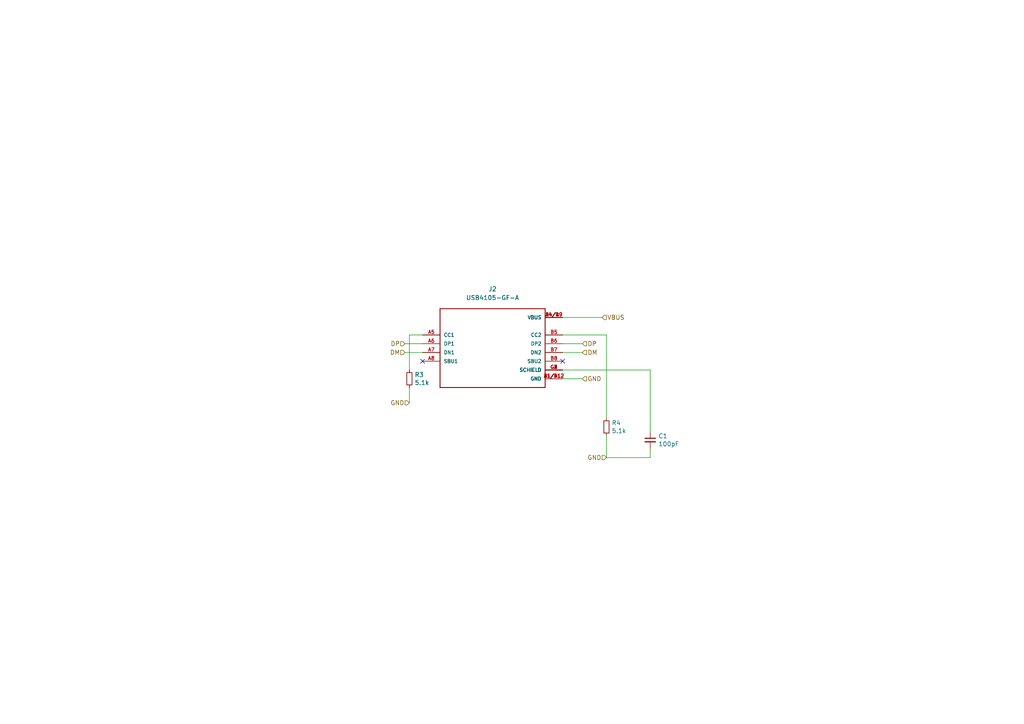
<source format=kicad_sch>
(kicad_sch (version 20230121) (generator eeschema)

  (uuid 1895faed-13c7-4877-930c-ef39a1d7419c)

  (paper "A4")

  (lib_symbols
    (symbol "Device:C_Small" (pin_numbers hide) (pin_names (offset 0.254) hide) (in_bom yes) (on_board yes)
      (property "Reference" "C" (at 0.254 1.778 0)
        (effects (font (size 1.27 1.27)) (justify left))
      )
      (property "Value" "C_Small" (at 0.254 -2.032 0)
        (effects (font (size 1.27 1.27)) (justify left))
      )
      (property "Footprint" "" (at 0 0 0)
        (effects (font (size 1.27 1.27)) hide)
      )
      (property "Datasheet" "~" (at 0 0 0)
        (effects (font (size 1.27 1.27)) hide)
      )
      (property "ki_keywords" "capacitor cap" (at 0 0 0)
        (effects (font (size 1.27 1.27)) hide)
      )
      (property "ki_description" "Unpolarized capacitor, small symbol" (at 0 0 0)
        (effects (font (size 1.27 1.27)) hide)
      )
      (property "ki_fp_filters" "C_*" (at 0 0 0)
        (effects (font (size 1.27 1.27)) hide)
      )
      (symbol "C_Small_0_1"
        (polyline
          (pts
            (xy -1.524 -0.508)
            (xy 1.524 -0.508)
          )
          (stroke (width 0.3302) (type default))
          (fill (type none))
        )
        (polyline
          (pts
            (xy -1.524 0.508)
            (xy 1.524 0.508)
          )
          (stroke (width 0.3048) (type default))
          (fill (type none))
        )
      )
      (symbol "C_Small_1_1"
        (pin passive line (at 0 2.54 270) (length 2.032)
          (name "~" (effects (font (size 1.27 1.27))))
          (number "1" (effects (font (size 1.27 1.27))))
        )
        (pin passive line (at 0 -2.54 90) (length 2.032)
          (name "~" (effects (font (size 1.27 1.27))))
          (number "2" (effects (font (size 1.27 1.27))))
        )
      )
    )
    (symbol "Device:R_Small" (pin_numbers hide) (pin_names (offset 0.254) hide) (in_bom yes) (on_board yes)
      (property "Reference" "R" (at 0.762 0.508 0)
        (effects (font (size 1.27 1.27)) (justify left))
      )
      (property "Value" "R_Small" (at 0.762 -1.016 0)
        (effects (font (size 1.27 1.27)) (justify left))
      )
      (property "Footprint" "" (at 0 0 0)
        (effects (font (size 1.27 1.27)) hide)
      )
      (property "Datasheet" "~" (at 0 0 0)
        (effects (font (size 1.27 1.27)) hide)
      )
      (property "ki_keywords" "R resistor" (at 0 0 0)
        (effects (font (size 1.27 1.27)) hide)
      )
      (property "ki_description" "Resistor, small symbol" (at 0 0 0)
        (effects (font (size 1.27 1.27)) hide)
      )
      (property "ki_fp_filters" "R_*" (at 0 0 0)
        (effects (font (size 1.27 1.27)) hide)
      )
      (symbol "R_Small_0_1"
        (rectangle (start -0.762 1.778) (end 0.762 -1.778)
          (stroke (width 0.2032) (type default))
          (fill (type none))
        )
      )
      (symbol "R_Small_1_1"
        (pin passive line (at 0 2.54 270) (length 0.762)
          (name "~" (effects (font (size 1.27 1.27))))
          (number "1" (effects (font (size 1.27 1.27))))
        )
        (pin passive line (at 0 -2.54 90) (length 0.762)
          (name "~" (effects (font (size 1.27 1.27))))
          (number "2" (effects (font (size 1.27 1.27))))
        )
      )
    )
    (symbol "b051:USB4105-GF-A" (pin_names (offset 1.016)) (in_bom yes) (on_board yes)
      (property "Reference" "J2" (at 0 16.9418 0)
        (effects (font (size 1.27 1.27)))
      )
      (property "Value" "USB4105-GF-A" (at 0 14.6304 0)
        (effects (font (size 1.27 1.27)))
      )
      (property "Footprint" "b051:GCT_USB4105-GF-A" (at 0 0 0)
        (effects (font (size 1.27 1.27)) (justify left bottom) hide)
      )
      (property "Datasheet" "" (at 0 0 0)
        (effects (font (size 1.27 1.27)) (justify left bottom) hide)
      )
      (symbol "USB4105-GF-A_0_0"
        (polyline
          (pts
            (xy -15.24 -10.16)
            (xy -15.24 12.7)
          )
          (stroke (width 0.254) (type default))
          (fill (type none))
        )
        (polyline
          (pts
            (xy -15.24 12.7)
            (xy 15.24 12.7)
          )
          (stroke (width 0.254) (type default))
          (fill (type none))
        )
        (polyline
          (pts
            (xy 15.24 -10.16)
            (xy -15.24 -10.16)
          )
          (stroke (width 0.254) (type default))
          (fill (type none))
        )
        (polyline
          (pts
            (xy 15.24 12.7)
            (xy 15.24 -10.16)
          )
          (stroke (width 0.254) (type default))
          (fill (type none))
        )
        (pin power_in line (at 20.32 -7.62 180) (length 5.08)
          (name "GND" (effects (font (size 1.016 1.016))))
          (number "A1/B12" (effects (font (size 1.016 1.016))))
        )
        (pin power_in line (at 20.32 10.16 180) (length 5.08)
          (name "VBUS" (effects (font (size 1.016 1.016))))
          (number "A4/B9" (effects (font (size 1.016 1.016))))
        )
        (pin bidirectional line (at -20.32 5.08 0) (length 5.08)
          (name "CC1" (effects (font (size 1.016 1.016))))
          (number "A5" (effects (font (size 1.016 1.016))))
        )
        (pin bidirectional line (at -20.32 2.54 0) (length 5.08)
          (name "DP1" (effects (font (size 1.016 1.016))))
          (number "A6" (effects (font (size 1.016 1.016))))
        )
        (pin bidirectional line (at -20.32 0 0) (length 5.08)
          (name "DN1" (effects (font (size 1.016 1.016))))
          (number "A7" (effects (font (size 1.016 1.016))))
        )
        (pin bidirectional line (at -20.32 -2.54 0) (length 5.08)
          (name "SBU1" (effects (font (size 1.016 1.016))))
          (number "A8" (effects (font (size 1.016 1.016))))
        )
        (pin power_in line (at 20.32 -7.62 180) (length 5.08)
          (name "GND" (effects (font (size 1.016 1.016))))
          (number "B1/A12" (effects (font (size 1.016 1.016))))
        )
        (pin power_in line (at 20.32 10.16 180) (length 5.08)
          (name "VBUS" (effects (font (size 1.016 1.016))))
          (number "B4/A9" (effects (font (size 1.016 1.016))))
        )
        (pin bidirectional line (at 20.32 5.08 180) (length 5.08)
          (name "CC2" (effects (font (size 1.016 1.016))))
          (number "B5" (effects (font (size 1.016 1.016))))
        )
        (pin bidirectional line (at 20.32 2.54 180) (length 5.08)
          (name "DP2" (effects (font (size 1.016 1.016))))
          (number "B6" (effects (font (size 1.016 1.016))))
        )
        (pin bidirectional line (at 20.32 0 180) (length 5.08)
          (name "DN2" (effects (font (size 1.016 1.016))))
          (number "B7" (effects (font (size 1.016 1.016))))
        )
        (pin bidirectional line (at 20.32 -2.54 180) (length 5.08)
          (name "SBU2" (effects (font (size 1.016 1.016))))
          (number "B8" (effects (font (size 1.016 1.016))))
        )
        (pin power_in line (at 20.32 -5.08 180) (length 5.08)
          (name "SCHIELD" (effects (font (size 1.016 1.016))))
          (number "G1" (effects (font (size 1.016 1.016))))
        )
        (pin power_in line (at 20.32 -5.08 180) (length 5.08)
          (name "SCHIELD" (effects (font (size 1.016 1.016))))
          (number "G2" (effects (font (size 1.016 1.016))))
        )
        (pin power_in line (at 20.32 -5.08 180) (length 5.08)
          (name "SCHIELD" (effects (font (size 1.016 1.016))))
          (number "G3" (effects (font (size 1.016 1.016))))
        )
        (pin power_in line (at 20.32 -5.08 180) (length 5.08)
          (name "SCHIELD" (effects (font (size 1.016 1.016))))
          (number "G4" (effects (font (size 1.016 1.016))))
        )
      )
    )
  )


  (no_connect (at 122.555 104.775) (uuid de91b409-a9d4-4748-84ed-14c8e7d67d49))
  (no_connect (at 163.195 104.775) (uuid de91b409-a9d4-4748-84ed-14c8e7d67d4a))

  (wire (pts (xy 175.895 132.715) (xy 188.595 132.715))
    (stroke (width 0) (type default))
    (uuid 0c020991-5e81-4b38-8a1e-d82bc3e8c337)
  )
  (wire (pts (xy 175.895 132.715) (xy 175.895 126.365))
    (stroke (width 0) (type default))
    (uuid 0ed925df-4839-4163-875d-924cc294e227)
  )
  (wire (pts (xy 163.195 109.855) (xy 168.91 109.855))
    (stroke (width 0) (type default))
    (uuid 179ed792-cc36-4da9-bec2-da842911f984)
  )
  (wire (pts (xy 175.895 97.155) (xy 175.895 121.285))
    (stroke (width 0) (type default))
    (uuid 329c4af7-da71-4840-92e2-23dcb47fef8c)
  )
  (wire (pts (xy 163.195 107.315) (xy 188.595 107.315))
    (stroke (width 0) (type default))
    (uuid 3b0f1510-1440-4094-b3f1-53e5b25313d3)
  )
  (wire (pts (xy 118.745 116.84) (xy 118.745 112.395))
    (stroke (width 0) (type default))
    (uuid 3dbe159c-63cc-425a-bfdc-fcb3a2c2a764)
  )
  (wire (pts (xy 163.195 92.075) (xy 174.625 92.075))
    (stroke (width 0) (type default))
    (uuid 44f296c9-86d3-449b-b838-20a0892e08cf)
  )
  (wire (pts (xy 163.195 102.235) (xy 168.91 102.235))
    (stroke (width 0) (type default))
    (uuid 608ec429-6151-4b63-a8bc-cd02f78c2480)
  )
  (wire (pts (xy 117.475 99.695) (xy 122.555 99.695))
    (stroke (width 0) (type default))
    (uuid 80329d9b-b6b8-4860-afff-3b8ebe0ca0c2)
  )
  (wire (pts (xy 163.195 97.155) (xy 175.895 97.155))
    (stroke (width 0) (type default))
    (uuid ab8024ff-14c6-4e2a-ae47-99d5ce54d896)
  )
  (wire (pts (xy 118.745 97.155) (xy 122.555 97.155))
    (stroke (width 0) (type default))
    (uuid aeebf391-b1de-4d66-a199-26496e7de3e5)
  )
  (wire (pts (xy 118.745 107.315) (xy 118.745 97.155))
    (stroke (width 0) (type default))
    (uuid b3a0b9a0-fd77-4617-88a1-1691659241c5)
  )
  (wire (pts (xy 188.595 132.715) (xy 188.595 130.175))
    (stroke (width 0) (type default))
    (uuid b87443ca-78fa-4bbe-a40e-32b07b312656)
  )
  (wire (pts (xy 188.595 107.315) (xy 188.595 125.095))
    (stroke (width 0) (type default))
    (uuid d84a0b3a-2f56-4e00-b598-6ed394d83888)
  )
  (wire (pts (xy 117.475 102.235) (xy 122.555 102.235))
    (stroke (width 0) (type default))
    (uuid e3e06cd0-2c24-4dd5-bbac-d8de270e0a28)
  )
  (wire (pts (xy 163.195 99.695) (xy 168.91 99.695))
    (stroke (width 0) (type default))
    (uuid ebd93267-10a8-4b45-ba4b-16c8e3a8b58c)
  )

  (hierarchical_label "GND" (shape input) (at 175.895 132.715 180) (fields_autoplaced)
    (effects (font (size 1.27 1.27)) (justify right))
    (uuid 0a87b86d-9266-4f01-8f10-5eaafbe57493)
  )
  (hierarchical_label "DM" (shape input) (at 168.91 102.235 0) (fields_autoplaced)
    (effects (font (size 1.27 1.27)) (justify left))
    (uuid 2250f8e5-a549-40e2-be71-81e03f416021)
  )
  (hierarchical_label "GND" (shape input) (at 168.91 109.855 0) (fields_autoplaced)
    (effects (font (size 1.27 1.27)) (justify left))
    (uuid 3a157695-9c71-4123-9d47-e9f157bde643)
  )
  (hierarchical_label "DM" (shape input) (at 117.475 102.235 180) (fields_autoplaced)
    (effects (font (size 1.27 1.27)) (justify right))
    (uuid 5aeb3be5-1a09-41f7-a0fb-332328d75423)
  )
  (hierarchical_label "DP" (shape input) (at 168.91 99.695 0) (fields_autoplaced)
    (effects (font (size 1.27 1.27)) (justify left))
    (uuid 5ea484fe-dad9-472b-a792-ce0130964fbd)
  )
  (hierarchical_label "DP" (shape input) (at 117.475 99.695 180) (fields_autoplaced)
    (effects (font (size 1.27 1.27)) (justify right))
    (uuid 7a5e7234-f0eb-4a46-b002-0d6b186271b8)
  )
  (hierarchical_label "GND" (shape input) (at 118.745 116.84 180) (fields_autoplaced)
    (effects (font (size 1.27 1.27)) (justify right))
    (uuid 8781ece6-310f-4168-b4ec-5cdcc996c39c)
  )
  (hierarchical_label "VBUS" (shape input) (at 174.625 92.075 0) (fields_autoplaced)
    (effects (font (size 1.27 1.27)) (justify left))
    (uuid 9143a9a6-762c-4f97-b018-8f5ccb4e564e)
  )

  (symbol (lib_id "Device:C_Small") (at 188.595 127.635 0) (unit 1)
    (in_bom yes) (on_board yes) (dnp no)
    (uuid 2fb7ba84-27df-4ba8-89e5-449599ccec1c)
    (property "Reference" "C1" (at 190.9318 126.4666 0)
      (effects (font (size 1.27 1.27)) (justify left))
    )
    (property "Value" "100pF" (at 190.9318 128.778 0)
      (effects (font (size 1.27 1.27)) (justify left))
    )
    (property "Footprint" "Capacitor_SMD:C_0402_1005Metric" (at 188.595 127.635 0)
      (effects (font (size 1.27 1.27)) hide)
    )
    (property "Datasheet" "~" (at 188.595 127.635 0)
      (effects (font (size 1.27 1.27)) hide)
    )
    (pin "1" (uuid 29c664ad-823f-45ba-8535-430442ac40d5))
    (pin "2" (uuid 3846e31d-0056-465b-ad7b-fb1873350ce4))
    (instances
      (project "board"
        (path "/57732dd3-1162-4c3f-88bd-31bf473d124d/767ce4c6-0e55-4543-92f0-34cb8237a544"
          (reference "C1") (unit 1)
        )
        (path "/57732dd3-1162-4c3f-88bd-31bf473d124d/c62ddae3-eddd-41b8-9d8c-f61cc9360cb2"
          (reference "C3") (unit 1)
        )
      )
    )
  )

  (symbol (lib_id "b051:USB4105-GF-A") (at 142.875 102.235 0) (unit 1)
    (in_bom yes) (on_board yes) (dnp no) (fields_autoplaced)
    (uuid 3957db05-3d9a-4c44-9394-6fa030c812bc)
    (property "Reference" "J2" (at 142.875 83.82 0)
      (effects (font (size 1.27 1.27)))
    )
    (property "Value" "USB4105-GF-A" (at 142.875 86.36 0)
      (effects (font (size 1.27 1.27)))
    )
    (property "Footprint" "b051:GCT_USB4105-GF-A" (at 142.875 102.235 0)
      (effects (font (size 1.27 1.27)) (justify left bottom) hide)
    )
    (property "Datasheet" "" (at 142.875 102.235 0)
      (effects (font (size 1.27 1.27)) (justify left bottom) hide)
    )
    (pin "A1/B12" (uuid c8c7da82-dca7-4ded-8cc3-c2c9199752b8))
    (pin "A4/B9" (uuid 8bebddf7-2e5b-4efb-94c9-4cb2f9c54bf2))
    (pin "A5" (uuid 1a0b0972-9dfd-4f18-bd1b-8049758c30d7))
    (pin "A6" (uuid c0a4ff0f-73dd-40db-9c0f-b71795227b39))
    (pin "A7" (uuid 9bb42d22-0bb5-485f-8d67-37f786b41f8b))
    (pin "A8" (uuid 6c649836-7e34-4f5f-8627-7462f02db8ee))
    (pin "B1/A12" (uuid 6a4cd6d6-b930-4027-9f17-077986c50b8b))
    (pin "B4/A9" (uuid a36e43f3-919a-45bf-8978-31045ee9065a))
    (pin "B5" (uuid 022364c3-7831-441f-922a-31697d859b91))
    (pin "B6" (uuid 3dc0de43-d1b1-4e30-b0b8-a1dfb6bfe581))
    (pin "B7" (uuid 8c8d4f05-6246-4a6a-9015-8b1eadc24413))
    (pin "B8" (uuid c1eec343-7bdf-4281-9ed0-0662ad539f03))
    (pin "G1" (uuid 2c3dfad0-b03e-4c7b-bdb4-1b2527cdd2ce))
    (pin "G2" (uuid b03a4880-38ec-4a20-9de5-b31af53d4509))
    (pin "G3" (uuid cba53fd6-0fd6-4543-9c03-6086bd548825))
    (pin "G4" (uuid 11cc12b1-bfde-4181-bed2-826c12caab11))
    (instances
      (project "board"
        (path "/57732dd3-1162-4c3f-88bd-31bf473d124d/767ce4c6-0e55-4543-92f0-34cb8237a544"
          (reference "J2") (unit 1)
        )
        (path "/57732dd3-1162-4c3f-88bd-31bf473d124d/c62ddae3-eddd-41b8-9d8c-f61cc9360cb2"
          (reference "J2") (unit 1)
        )
      )
    )
  )

  (symbol (lib_id "Device:R_Small") (at 175.895 123.825 0) (unit 1)
    (in_bom yes) (on_board yes) (dnp no)
    (uuid 7bb695e5-cb67-4497-bcbc-b58732a4a47b)
    (property "Reference" "R4" (at 177.3936 122.6566 0)
      (effects (font (size 1.27 1.27)) (justify left))
    )
    (property "Value" "5.1k" (at 177.3936 124.968 0)
      (effects (font (size 1.27 1.27)) (justify left))
    )
    (property "Footprint" "Resistor_SMD:R_0402_1005Metric" (at 175.895 123.825 0)
      (effects (font (size 1.27 1.27)) hide)
    )
    (property "Datasheet" "~" (at 175.895 123.825 0)
      (effects (font (size 1.27 1.27)) hide)
    )
    (pin "1" (uuid 5f9cf804-7cca-48f9-bfa6-3a4483f7f668))
    (pin "2" (uuid f8ec9ae6-14b6-4622-b738-2a14feb9bebd))
    (instances
      (project "board"
        (path "/57732dd3-1162-4c3f-88bd-31bf473d124d/767ce4c6-0e55-4543-92f0-34cb8237a544"
          (reference "R4") (unit 1)
        )
        (path "/57732dd3-1162-4c3f-88bd-31bf473d124d/c62ddae3-eddd-41b8-9d8c-f61cc9360cb2"
          (reference "R5") (unit 1)
        )
      )
    )
  )

  (symbol (lib_id "Device:R_Small") (at 118.745 109.855 0) (unit 1)
    (in_bom yes) (on_board yes) (dnp no)
    (uuid da555534-0d8b-4fce-bf23-3cbb489fecb4)
    (property "Reference" "R3" (at 120.2436 108.6866 0)
      (effects (font (size 1.27 1.27)) (justify left))
    )
    (property "Value" "5.1k" (at 120.2436 110.998 0)
      (effects (font (size 1.27 1.27)) (justify left))
    )
    (property "Footprint" "Resistor_SMD:R_0402_1005Metric" (at 118.745 109.855 0)
      (effects (font (size 1.27 1.27)) hide)
    )
    (property "Datasheet" "~" (at 118.745 109.855 0)
      (effects (font (size 1.27 1.27)) hide)
    )
    (pin "1" (uuid 280196b1-c239-4165-bee2-10a2491e9076))
    (pin "2" (uuid 80722c6e-2f0d-4c86-8b56-1d3f7d05787b))
    (instances
      (project "board"
        (path "/57732dd3-1162-4c3f-88bd-31bf473d124d/767ce4c6-0e55-4543-92f0-34cb8237a544"
          (reference "R3") (unit 1)
        )
        (path "/57732dd3-1162-4c3f-88bd-31bf473d124d/c62ddae3-eddd-41b8-9d8c-f61cc9360cb2"
          (reference "R4") (unit 1)
        )
      )
    )
  )
)

</source>
